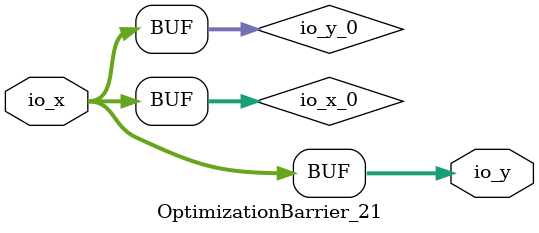
<source format=sv>
`ifndef RANDOMIZE
  `ifdef RANDOMIZE_MEM_INIT
    `define RANDOMIZE
  `endif // RANDOMIZE_MEM_INIT
`endif // not def RANDOMIZE
`ifndef RANDOMIZE
  `ifdef RANDOMIZE_REG_INIT
    `define RANDOMIZE
  `endif // RANDOMIZE_REG_INIT
`endif // not def RANDOMIZE

`ifndef RANDOM
  `define RANDOM $random
`endif // not def RANDOM

// Users can define INIT_RANDOM as general code that gets injected into the
// initializer block for modules with registers.
`ifndef INIT_RANDOM
  `define INIT_RANDOM
`endif // not def INIT_RANDOM

// If using random initialization, you can also define RANDOMIZE_DELAY to
// customize the delay used, otherwise 0.002 is used.
`ifndef RANDOMIZE_DELAY
  `define RANDOMIZE_DELAY 0.002
`endif // not def RANDOMIZE_DELAY

// Define INIT_RANDOM_PROLOG_ for use in our modules below.
`ifndef INIT_RANDOM_PROLOG_
  `ifdef RANDOMIZE
    `ifdef VERILATOR
      `define INIT_RANDOM_PROLOG_ `INIT_RANDOM
    `else  // VERILATOR
      `define INIT_RANDOM_PROLOG_ `INIT_RANDOM #`RANDOMIZE_DELAY begin end
    `endif // VERILATOR
  `else  // RANDOMIZE
    `define INIT_RANDOM_PROLOG_
  `endif // RANDOMIZE
`endif // not def INIT_RANDOM_PROLOG_

// Include register initializers in init blocks unless synthesis is set
`ifndef SYNTHESIS
  `ifndef ENABLE_INITIAL_REG_
    `define ENABLE_INITIAL_REG_
  `endif // not def ENABLE_INITIAL_REG_
`endif // not def SYNTHESIS

// Include rmemory initializers in init blocks unless synthesis is set
`ifndef SYNTHESIS
  `ifndef ENABLE_INITIAL_MEM_
    `define ENABLE_INITIAL_MEM_
  `endif // not def ENABLE_INITIAL_MEM_
`endif // not def SYNTHESIS

// Standard header to adapt well known macros for prints and assertions.

// Users can define 'PRINTF_COND' to add an extra gate to prints.
`ifndef PRINTF_COND_
  `ifdef PRINTF_COND
    `define PRINTF_COND_ (`PRINTF_COND)
  `else  // PRINTF_COND
    `define PRINTF_COND_ 1
  `endif // PRINTF_COND
`endif // not def PRINTF_COND_

// Users can define 'ASSERT_VERBOSE_COND' to add an extra gate to assert error printing.
`ifndef ASSERT_VERBOSE_COND_
  `ifdef ASSERT_VERBOSE_COND
    `define ASSERT_VERBOSE_COND_ (`ASSERT_VERBOSE_COND)
  `else  // ASSERT_VERBOSE_COND
    `define ASSERT_VERBOSE_COND_ 1
  `endif // ASSERT_VERBOSE_COND
`endif // not def ASSERT_VERBOSE_COND_

// Users can define 'STOP_COND' to add an extra gate to stop conditions.
`ifndef STOP_COND_
  `ifdef STOP_COND
    `define STOP_COND_ (`STOP_COND)
  `else  // STOP_COND
    `define STOP_COND_ 1
  `endif // STOP_COND
`endif // not def STOP_COND_

module OptimizationBarrier_21(
  input  [2:0] io_x,	// src/main/scala/util/package.scala:260:18
  output [2:0] io_y	// src/main/scala/util/package.scala:260:18
);

  wire [2:0] io_x_0 = io_x;
  wire [2:0] io_y_0 = io_x_0;
  assign io_y = io_y_0;
endmodule


</source>
